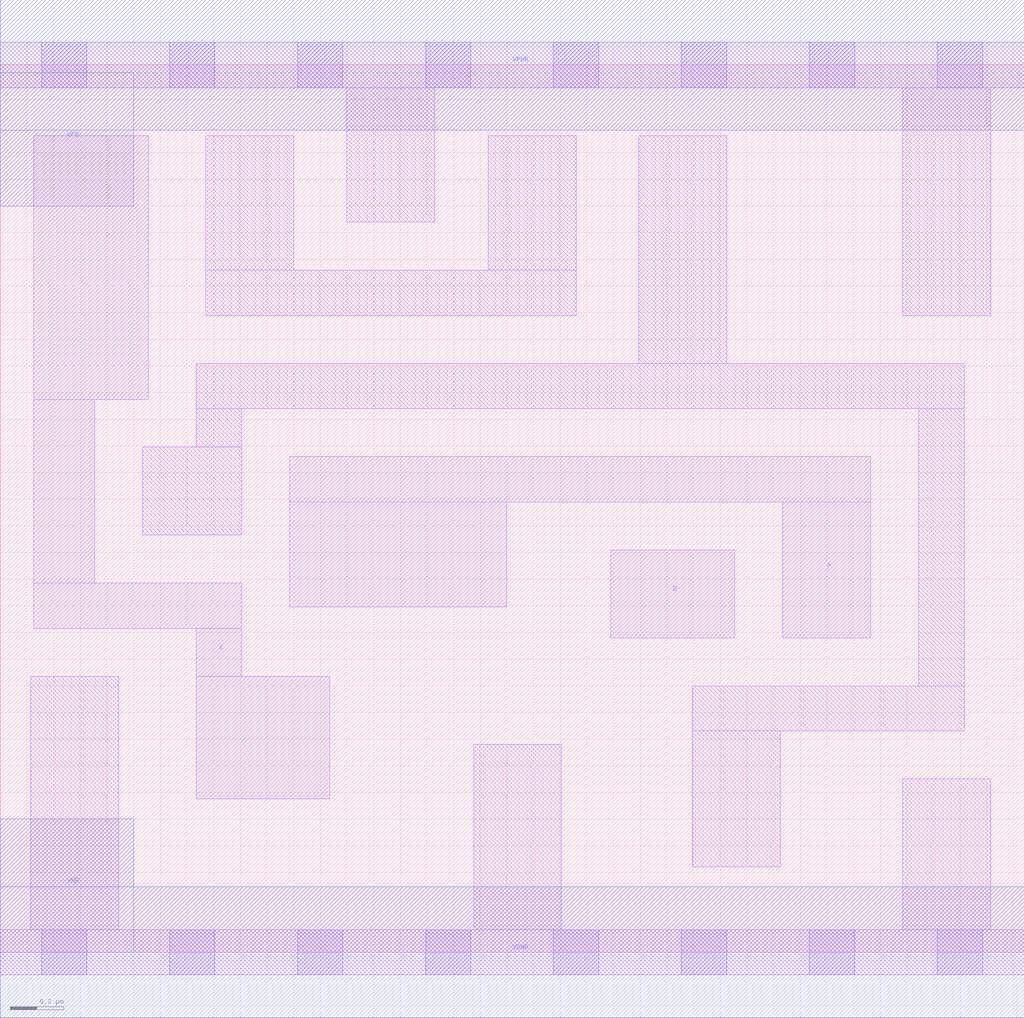
<source format=lef>
# Copyright 2020 The SkyWater PDK Authors
#
# Licensed under the Apache License, Version 2.0 (the "License");
# you may not use this file except in compliance with the License.
# You may obtain a copy of the License at
#
#     https://www.apache.org/licenses/LICENSE-2.0
#
# Unless required by applicable law or agreed to in writing, software
# distributed under the License is distributed on an "AS IS" BASIS,
# WITHOUT WARRANTIES OR CONDITIONS OF ANY KIND, either express or implied.
# See the License for the specific language governing permissions and
# limitations under the License.
#
# SPDX-License-Identifier: Apache-2.0

VERSION 5.5 ;
NAMESCASESENSITIVE ON ;
BUSBITCHARS "[]" ;
DIVIDERCHAR "/" ;
MACRO sky130_fd_sc_lp__xor2_lp
  CLASS CORE ;
  SOURCE USER ;
  ORIGIN  0.000000  0.000000 ;
  SIZE  3.840000 BY  3.330000 ;
  SYMMETRY X Y R90 ;
  SITE unit ;
  PIN A
    ANTENNAGATEAREA  0.689000 ;
    DIRECTION INPUT ;
    USE SIGNAL ;
    PORT
      LAYER li1 ;
        RECT 1.085000 1.295000 1.900000 1.690000 ;
        RECT 1.085000 1.690000 3.265000 1.860000 ;
        RECT 2.935000 1.180000 3.265000 1.690000 ;
    END
  END A
  PIN B
    ANTENNAGATEAREA  0.689000 ;
    DIRECTION INPUT ;
    USE SIGNAL ;
    PORT
      LAYER li1 ;
        RECT 2.290000 1.180000 2.755000 1.510000 ;
    END
  END B
  PIN X
    ANTENNADIFFAREA  0.417600 ;
    DIRECTION OUTPUT ;
    USE SIGNAL ;
    PORT
      LAYER li1 ;
        RECT 0.125000 1.215000 0.905000 1.385000 ;
        RECT 0.125000 1.385000 0.355000 2.075000 ;
        RECT 0.125000 2.075000 0.555000 3.065000 ;
        RECT 0.735000 0.575000 1.235000 1.035000 ;
        RECT 0.735000 1.035000 0.905000 1.215000 ;
    END
  END X
  PIN VGND
    DIRECTION INOUT ;
    USE GROUND ;
    PORT
      LAYER met1 ;
        RECT 0.000000 -0.245000 3.840000 0.245000 ;
    END
  END VGND
  PIN VNB
    DIRECTION INOUT ;
    USE GROUND ;
    PORT
    END
  END VNB
  PIN VPB
    DIRECTION INOUT ;
    USE POWER ;
    PORT
    END
  END VPB
  PIN VNB
    DIRECTION INOUT ;
    USE GROUND ;
    PORT
      LAYER met1 ;
        RECT 0.000000 0.000000 0.500000 0.500000 ;
    END
  END VNB
  PIN VPB
    DIRECTION INOUT ;
    USE POWER ;
    PORT
      LAYER met1 ;
        RECT 0.000000 2.800000 0.500000 3.300000 ;
    END
  END VPB
  PIN VPWR
    DIRECTION INOUT ;
    USE POWER ;
    PORT
      LAYER met1 ;
        RECT 0.000000 3.085000 3.840000 3.575000 ;
    END
  END VPWR
  OBS
    LAYER li1 ;
      RECT 0.000000 -0.085000 3.840000 0.085000 ;
      RECT 0.000000  3.245000 3.840000 3.415000 ;
      RECT 0.115000  0.085000 0.445000 1.035000 ;
      RECT 0.535000  1.565000 0.905000 1.895000 ;
      RECT 0.735000  1.895000 0.905000 2.040000 ;
      RECT 0.735000  2.040000 3.615000 2.210000 ;
      RECT 0.770000  2.390000 2.160000 2.560000 ;
      RECT 0.770000  2.560000 1.100000 3.065000 ;
      RECT 1.300000  2.740000 1.630000 3.245000 ;
      RECT 1.775000  0.085000 2.105000 0.780000 ;
      RECT 1.830000  2.560000 2.160000 3.065000 ;
      RECT 2.395000  2.210000 2.725000 3.065000 ;
      RECT 2.595000  0.320000 2.925000 0.830000 ;
      RECT 2.595000  0.830000 3.615000 1.000000 ;
      RECT 3.385000  0.085000 3.715000 0.650000 ;
      RECT 3.385000  2.390000 3.715000 3.245000 ;
      RECT 3.445000  1.000000 3.615000 2.040000 ;
    LAYER mcon ;
      RECT 0.155000 -0.085000 0.325000 0.085000 ;
      RECT 0.155000  3.245000 0.325000 3.415000 ;
      RECT 0.635000 -0.085000 0.805000 0.085000 ;
      RECT 0.635000  3.245000 0.805000 3.415000 ;
      RECT 1.115000 -0.085000 1.285000 0.085000 ;
      RECT 1.115000  3.245000 1.285000 3.415000 ;
      RECT 1.595000 -0.085000 1.765000 0.085000 ;
      RECT 1.595000  3.245000 1.765000 3.415000 ;
      RECT 2.075000 -0.085000 2.245000 0.085000 ;
      RECT 2.075000  3.245000 2.245000 3.415000 ;
      RECT 2.555000 -0.085000 2.725000 0.085000 ;
      RECT 2.555000  3.245000 2.725000 3.415000 ;
      RECT 3.035000 -0.085000 3.205000 0.085000 ;
      RECT 3.035000  3.245000 3.205000 3.415000 ;
      RECT 3.515000 -0.085000 3.685000 0.085000 ;
      RECT 3.515000  3.245000 3.685000 3.415000 ;
  END
END sky130_fd_sc_lp__xor2_lp
END LIBRARY

</source>
